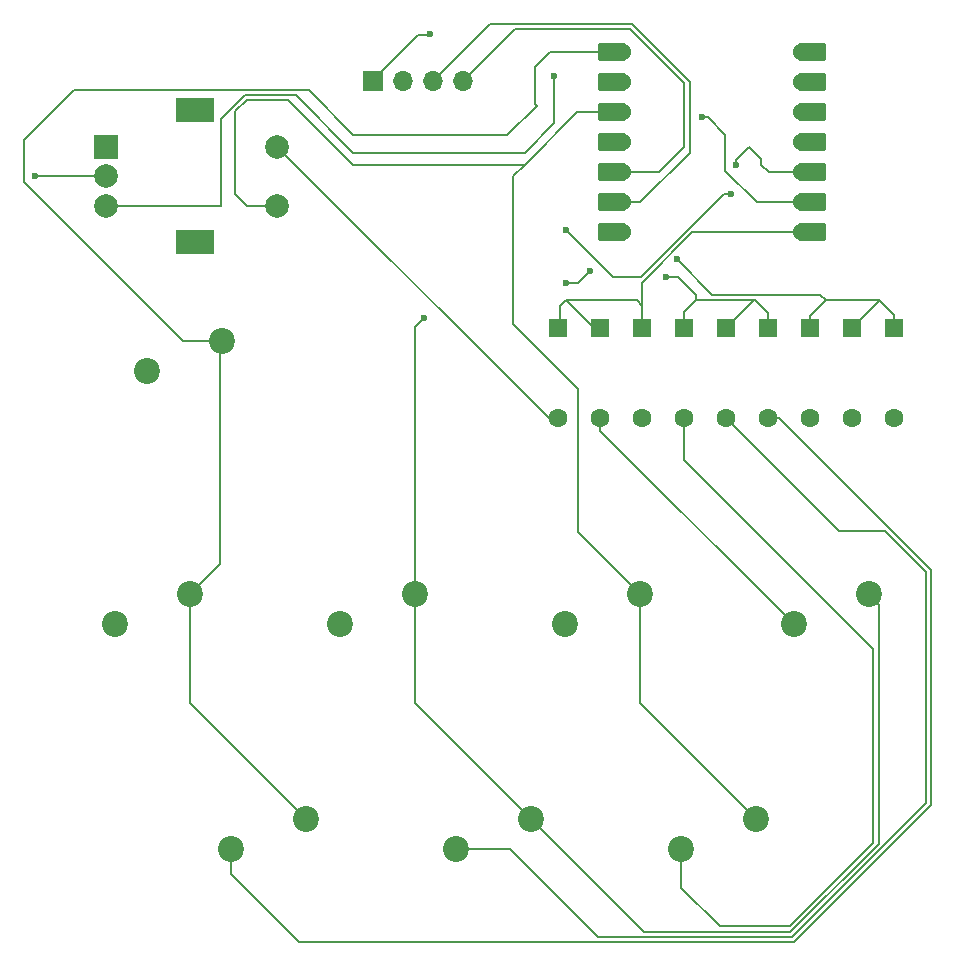
<source format=gbr>
%TF.GenerationSoftware,KiCad,Pcbnew,9.0.5*%
%TF.CreationDate,2025-12-01T20:36:29-06:00*%
%TF.ProjectId,KPad,4b506164-2e6b-4696-9361-645f70636258,rev?*%
%TF.SameCoordinates,Original*%
%TF.FileFunction,Copper,L1,Top*%
%TF.FilePolarity,Positive*%
%FSLAX46Y46*%
G04 Gerber Fmt 4.6, Leading zero omitted, Abs format (unit mm)*
G04 Created by KiCad (PCBNEW 9.0.5) date 2025-12-01 20:36:29*
%MOMM*%
%LPD*%
G01*
G04 APERTURE LIST*
G04 Aperture macros list*
%AMRoundRect*
0 Rectangle with rounded corners*
0 $1 Rounding radius*
0 $2 $3 $4 $5 $6 $7 $8 $9 X,Y pos of 4 corners*
0 Add a 4 corners polygon primitive as box body*
4,1,4,$2,$3,$4,$5,$6,$7,$8,$9,$2,$3,0*
0 Add four circle primitives for the rounded corners*
1,1,$1+$1,$2,$3*
1,1,$1+$1,$4,$5*
1,1,$1+$1,$6,$7*
1,1,$1+$1,$8,$9*
0 Add four rect primitives between the rounded corners*
20,1,$1+$1,$2,$3,$4,$5,0*
20,1,$1+$1,$4,$5,$6,$7,0*
20,1,$1+$1,$6,$7,$8,$9,0*
20,1,$1+$1,$8,$9,$2,$3,0*%
G04 Aperture macros list end*
%TA.AperFunction,ComponentPad*%
%ADD10RoundRect,0.250000X-0.550000X0.550000X-0.550000X-0.550000X0.550000X-0.550000X0.550000X0.550000X0*%
%TD*%
%TA.AperFunction,ComponentPad*%
%ADD11C,1.600000*%
%TD*%
%TA.AperFunction,ComponentPad*%
%ADD12C,2.200000*%
%TD*%
%TA.AperFunction,ComponentPad*%
%ADD13R,2.000000X2.000000*%
%TD*%
%TA.AperFunction,ComponentPad*%
%ADD14C,2.000000*%
%TD*%
%TA.AperFunction,ComponentPad*%
%ADD15R,3.200000X2.000000*%
%TD*%
%TA.AperFunction,ComponentPad*%
%ADD16R,1.700000X1.700000*%
%TD*%
%TA.AperFunction,ComponentPad*%
%ADD17O,1.700000X1.700000*%
%TD*%
%TA.AperFunction,SMDPad,CuDef*%
%ADD18RoundRect,0.152400X1.063600X0.609600X-1.063600X0.609600X-1.063600X-0.609600X1.063600X-0.609600X0*%
%TD*%
%TA.AperFunction,ComponentPad*%
%ADD19C,1.524000*%
%TD*%
%TA.AperFunction,SMDPad,CuDef*%
%ADD20RoundRect,0.152400X-1.063600X-0.609600X1.063600X-0.609600X1.063600X0.609600X-1.063600X0.609600X0*%
%TD*%
%TA.AperFunction,ViaPad*%
%ADD21C,0.600000*%
%TD*%
%TA.AperFunction,Conductor*%
%ADD22C,0.200000*%
%TD*%
G04 APERTURE END LIST*
D10*
%TO.P,D22,1,K*%
%TO.N,Net-(D20-K)*%
X115500000Y-53327500D03*
D11*
%TO.P,D22,2,A*%
%TO.N,Net-(D22-A)*%
X115500000Y-60947500D03*
%TD*%
D10*
%TO.P,D17,1,K*%
%TO.N,Net-(D17-K)*%
X133250000Y-53327500D03*
D11*
%TO.P,D17,2,A*%
%TO.N,Net-(D17-A)*%
X133250000Y-60947500D03*
%TD*%
D12*
%TO.P,SW3,1,1*%
%TO.N,Net-(U1-GPIO27{slash}ADC1{slash}A1)*%
X92710000Y-75882500D03*
%TO.P,SW3,2,2*%
%TO.N,Net-(D18-A)*%
X86360000Y-78422500D03*
%TD*%
%TO.P,SW9,1,1*%
%TO.N,Net-(U1-GPIO27{slash}ADC1{slash}A1)*%
X131127500Y-75882500D03*
%TO.P,SW9,2,2*%
%TO.N,Net-(D24-A)*%
X124777500Y-78422500D03*
%TD*%
D13*
%TO.P,SW1,A,A*%
%TO.N,Net-(U1-GPIO4{slash}MISO)*%
X66550000Y-37981000D03*
D14*
%TO.P,SW1,B,B*%
%TO.N,Net-(U1-GPIO2{slash}SCK)*%
X66550000Y-42981000D03*
%TO.P,SW1,C,C*%
%TO.N,GND*%
X66550000Y-40481000D03*
D15*
%TO.P,SW1,MP*%
%TO.N,N/C*%
X74050000Y-34881000D03*
X74050000Y-46081000D03*
D14*
%TO.P,SW1,S1,S1*%
%TO.N,Net-(U1-GPIO28{slash}ADC2{slash}A2)*%
X81050000Y-42981000D03*
%TO.P,SW1,S2,S2*%
%TO.N,Net-(D25-A)*%
X81050000Y-37981000D03*
%TD*%
D12*
%TO.P,SW4,1,1*%
%TO.N,Net-(U1-GPIO28{slash}ADC2{slash}A2)*%
X111760000Y-75882500D03*
%TO.P,SW4,2,2*%
%TO.N,Net-(D19-A)*%
X105410000Y-78422500D03*
%TD*%
D10*
%TO.P,D18,1,K*%
%TO.N,Net-(D17-K)*%
X129700000Y-53327500D03*
D11*
%TO.P,D18,2,A*%
%TO.N,Net-(D18-A)*%
X129700000Y-60947500D03*
%TD*%
D16*
%TO.P,J1,1,Pin_1*%
%TO.N,GND*%
X89173750Y-32391250D03*
D17*
%TO.P,J1,2,Pin_2*%
%TO.N,+5V*%
X91713750Y-32391250D03*
%TO.P,J1,3,Pin_3*%
%TO.N,Net-(J1-Pin_3)*%
X94253750Y-32391250D03*
%TO.P,J1,4,Pin_4*%
%TO.N,Net-(J1-Pin_4)*%
X96793750Y-32391250D03*
%TD*%
D12*
%TO.P,SW6,1,1*%
%TO.N,Net-(U1-GPIO27{slash}ADC1{slash}A1)*%
X102552500Y-94932500D03*
%TO.P,SW6,2,2*%
%TO.N,Net-(D21-A)*%
X96202500Y-97472500D03*
%TD*%
D18*
%TO.P,U1,1,GPIO26/ADC0/A0*%
%TO.N,Net-(U1-GPIO26{slash}ADC0{slash}A0)*%
X109425000Y-30000000D03*
D19*
X110260000Y-30000000D03*
D18*
%TO.P,U1,2,GPIO27/ADC1/A1*%
%TO.N,Net-(U1-GPIO27{slash}ADC1{slash}A1)*%
X109425000Y-32540000D03*
D19*
X110260000Y-32540000D03*
D18*
%TO.P,U1,3,GPIO28/ADC2/A2*%
%TO.N,Net-(U1-GPIO28{slash}ADC2{slash}A2)*%
X109425000Y-35080000D03*
D19*
X110260000Y-35080000D03*
D18*
%TO.P,U1,4,GPIO29/ADC3/A3*%
%TO.N,Net-(D17-K)*%
X109425000Y-37620000D03*
D19*
X110260000Y-37620000D03*
D18*
%TO.P,U1,5,GPIO6/SDA*%
%TO.N,Net-(J1-Pin_4)*%
X109425000Y-40160000D03*
D19*
X110260000Y-40160000D03*
D18*
%TO.P,U1,6,GPIO7/SCL*%
%TO.N,Net-(J1-Pin_3)*%
X109425000Y-42700000D03*
D19*
X110260000Y-42700000D03*
D18*
%TO.P,U1,7,GPIO0/TX*%
%TO.N,Net-(D20-K)*%
X109425000Y-45240000D03*
D19*
X110260000Y-45240000D03*
%TO.P,U1,8,GPIO1/RX*%
%TO.N,Net-(D23-K)*%
X125500000Y-45240000D03*
D20*
X126335000Y-45240000D03*
D19*
%TO.P,U1,9,GPIO2/SCK*%
%TO.N,Net-(U1-GPIO2{slash}SCK)*%
X125500000Y-42700000D03*
D20*
X126335000Y-42700000D03*
D19*
%TO.P,U1,10,GPIO4/MISO*%
%TO.N,Net-(U1-GPIO4{slash}MISO)*%
X125500000Y-40160000D03*
D20*
X126335000Y-40160000D03*
D19*
%TO.P,U1,11,GPIO3/MOSI*%
%TO.N,Net-(D1-DIN)*%
X125500000Y-37620000D03*
D20*
X126335000Y-37620000D03*
D19*
%TO.P,U1,12,3V3*%
%TO.N,unconnected-(U1-3V3-Pad12)_1*%
X125500000Y-35080000D03*
D20*
X126335000Y-35080000D03*
D19*
%TO.P,U1,13,GND*%
%TO.N,GND*%
X125500000Y-32540000D03*
D20*
X126335000Y-32540000D03*
D19*
%TO.P,U1,14,VBUS*%
%TO.N,+5V*%
X125500000Y-30000000D03*
D20*
X126335000Y-30000000D03*
%TD*%
D12*
%TO.P,SW8,1,1*%
%TO.N,Net-(U1-GPIO26{slash}ADC0{slash}A0)*%
X76358750Y-54451250D03*
%TO.P,SW8,2,2*%
%TO.N,Net-(D23-A)*%
X70008750Y-56991250D03*
%TD*%
D10*
%TO.P,D24,1,K*%
%TO.N,Net-(D23-K)*%
X108400000Y-53327500D03*
D11*
%TO.P,D24,2,A*%
%TO.N,Net-(D24-A)*%
X108400000Y-60947500D03*
%TD*%
D12*
%TO.P,SW5,1,1*%
%TO.N,Net-(U1-GPIO26{slash}ADC0{slash}A0)*%
X83502500Y-94932500D03*
%TO.P,SW5,2,2*%
%TO.N,Net-(D20-A)*%
X77152500Y-97472500D03*
%TD*%
D10*
%TO.P,D19,1,K*%
%TO.N,Net-(D17-K)*%
X126150000Y-53327500D03*
D11*
%TO.P,D19,2,A*%
%TO.N,Net-(D19-A)*%
X126150000Y-60947500D03*
%TD*%
D10*
%TO.P,D20,1,K*%
%TO.N,Net-(D20-K)*%
X122600000Y-53327500D03*
D11*
%TO.P,D20,2,A*%
%TO.N,Net-(D20-A)*%
X122600000Y-60947500D03*
%TD*%
D12*
%TO.P,SW7,1,1*%
%TO.N,Net-(U1-GPIO28{slash}ADC2{slash}A2)*%
X121602500Y-94932500D03*
%TO.P,SW7,2,2*%
%TO.N,Net-(D22-A)*%
X115252500Y-97472500D03*
%TD*%
D10*
%TO.P,D23,1,K*%
%TO.N,Net-(D23-K)*%
X111950000Y-53327500D03*
D11*
%TO.P,D23,2,A*%
%TO.N,Net-(D23-A)*%
X111950000Y-60947500D03*
%TD*%
D10*
%TO.P,D25,1,K*%
%TO.N,Net-(D23-K)*%
X104850000Y-53327500D03*
D11*
%TO.P,D25,2,A*%
%TO.N,Net-(D25-A)*%
X104850000Y-60947500D03*
%TD*%
D10*
%TO.P,D21,1,K*%
%TO.N,Net-(D20-K)*%
X119050000Y-53327500D03*
D11*
%TO.P,D21,2,A*%
%TO.N,Net-(D21-A)*%
X119050000Y-60947500D03*
%TD*%
D12*
%TO.P,SW2,1,1*%
%TO.N,Net-(U1-GPIO26{slash}ADC0{slash}A0)*%
X73660000Y-75882500D03*
%TO.P,SW2,2,2*%
%TO.N,Net-(D17-A)*%
X67310000Y-78422500D03*
%TD*%
D21*
%TO.N,GND*%
X94000000Y-28400000D03*
X60500000Y-40500000D03*
%TO.N,Net-(D17-K)*%
X114900000Y-47500000D03*
%TO.N,Net-(D20-K)*%
X114000000Y-49000000D03*
%TO.N,Net-(U1-GPIO4{slash}MISO)*%
X119900000Y-39500000D03*
X105500000Y-45000000D03*
X119500000Y-42000000D03*
%TO.N,Net-(U1-GPIO2{slash}SCK)*%
X104500000Y-32000000D03*
X117000000Y-35500000D03*
%TO.N,Net-(U1-GPIO27{slash}ADC1{slash}A1)*%
X107500000Y-48500000D03*
X93500000Y-52500000D03*
X105500000Y-49500000D03*
%TD*%
D22*
%TO.N,GND*%
X93900000Y-28500000D02*
X94000000Y-28400000D01*
X66550000Y-40500000D02*
X60500000Y-40500000D01*
X89173750Y-32326250D02*
X93000000Y-28500000D01*
X93000000Y-28500000D02*
X93900000Y-28500000D01*
X66568750Y-40481250D02*
X66550000Y-40500000D01*
X89173750Y-32391250D02*
X89173750Y-32326250D01*
%TO.N,Net-(D17-K)*%
X126150000Y-53327500D02*
X126150000Y-52350000D01*
X126150000Y-52350000D02*
X127500000Y-51000000D01*
X132000000Y-51027500D02*
X132000000Y-51000000D01*
X127500000Y-51000000D02*
X127000000Y-50500000D01*
X129700000Y-53327500D02*
X132000000Y-51027500D01*
X132000000Y-51000000D02*
X127500000Y-51000000D01*
X117900000Y-50500000D02*
X114900000Y-47500000D01*
X133250000Y-52250000D02*
X132000000Y-51000000D01*
X127000000Y-50500000D02*
X117900000Y-50500000D01*
X133250000Y-53327500D02*
X133250000Y-52250000D01*
%TO.N,Net-(D20-K)*%
X121377500Y-51000000D02*
X121500000Y-51000000D01*
X122600000Y-53327500D02*
X122600000Y-52100000D01*
X122600000Y-52100000D02*
X121500000Y-51000000D01*
X119050000Y-53327500D02*
X121377500Y-51000000D01*
X116500000Y-50500000D02*
X115000000Y-49000000D01*
X115500000Y-53327500D02*
X115500000Y-52000000D01*
X121500000Y-51000000D02*
X116500000Y-51000000D01*
X115000000Y-49000000D02*
X114000000Y-49000000D01*
X116500000Y-50500000D02*
X116500000Y-51000000D01*
X115500000Y-52000000D02*
X116500000Y-51000000D01*
X119050000Y-53327500D02*
X119050000Y-53222500D01*
X115500000Y-53327500D02*
X115500000Y-52500000D01*
%TO.N,Net-(D20-A)*%
X82870470Y-105302000D02*
X77152500Y-99584030D01*
X123514600Y-60947500D02*
X136401000Y-73833900D01*
X122600000Y-60947500D02*
X123514600Y-60947500D01*
X136401000Y-73833900D02*
X136401000Y-93733200D01*
X77152500Y-99584030D02*
X77152500Y-97472500D01*
X124832200Y-105302000D02*
X82870470Y-105302000D01*
X136401000Y-93733200D02*
X124832200Y-105302000D01*
%TO.N,Net-(D21-A)*%
X119050000Y-60947500D02*
X128602500Y-70500000D01*
X136000000Y-93567100D02*
X124666100Y-104901000D01*
X132500000Y-70500000D02*
X136000000Y-74000000D01*
X124666100Y-104901000D02*
X108225816Y-104901000D01*
X128602500Y-70500000D02*
X132500000Y-70500000D01*
X108225816Y-104901000D02*
X100797316Y-97472500D01*
X100797316Y-97472500D02*
X96202500Y-97472500D01*
X136000000Y-74000000D02*
X136000000Y-93567100D01*
%TO.N,Net-(D22-A)*%
X115252500Y-100752500D02*
X115252500Y-97472500D01*
X131500000Y-80500000D02*
X131500000Y-96932900D01*
X115500000Y-60947500D02*
X115500000Y-64500000D01*
X124432900Y-104000000D02*
X118500000Y-104000000D01*
X115500000Y-64500000D02*
X131500000Y-80500000D01*
X131500000Y-96932900D02*
X124432900Y-104000000D01*
X118500000Y-104000000D02*
X115252500Y-100752500D01*
%TO.N,Net-(D23-K)*%
X111950000Y-51450000D02*
X111500000Y-51000000D01*
X111950000Y-51450000D02*
X111950000Y-49482900D01*
X108400000Y-53327500D02*
X108400000Y-53100000D01*
X105000000Y-51500000D02*
X105500000Y-51000000D01*
X104850000Y-53150000D02*
X105000000Y-53000000D01*
X107827500Y-53327500D02*
X105500000Y-51000000D01*
X108400000Y-53327500D02*
X107827500Y-53327500D01*
X104850000Y-53327500D02*
X104850000Y-53150000D01*
X116192900Y-45240000D02*
X125500000Y-45240000D01*
X105000000Y-53000000D02*
X105000000Y-51500000D01*
X111950000Y-49482900D02*
X116192900Y-45240000D01*
X111500000Y-51000000D02*
X105500000Y-51000000D01*
X111950000Y-53327500D02*
X111950000Y-51450000D01*
%TO.N,Net-(D24-A)*%
X124777500Y-78422500D02*
X108400000Y-62045000D01*
X108400000Y-62045000D02*
X108400000Y-60947500D01*
%TO.N,Net-(D25-A)*%
X81068750Y-37981250D02*
X104035000Y-60947500D01*
X104035000Y-60947500D02*
X104850000Y-60947500D01*
%TO.N,Net-(J1-Pin_3)*%
X116000000Y-38500000D02*
X111800000Y-42700000D01*
X116000000Y-32500000D02*
X116000000Y-38500000D01*
X94253750Y-32253750D02*
X94000000Y-32000000D01*
X111101000Y-27601000D02*
X116000000Y-32500000D01*
X111800000Y-42700000D02*
X110260000Y-42700000D01*
X94253750Y-32391250D02*
X94253750Y-32253750D01*
X99044000Y-27601000D02*
X111101000Y-27601000D01*
X94253750Y-32391250D02*
X99044000Y-27601000D01*
%TO.N,Net-(J1-Pin_4)*%
X115500000Y-32567100D02*
X110934900Y-28002000D01*
X115500000Y-38000000D02*
X115500000Y-32567100D01*
X115500000Y-38000000D02*
X113340000Y-40160000D01*
X110934900Y-28002000D02*
X101183000Y-28002000D01*
X113340000Y-40160000D02*
X110260000Y-40160000D01*
X101183000Y-28002000D02*
X96793750Y-32391250D01*
%TO.N,Net-(U1-GPIO4{slash}MISO)*%
X111932900Y-48932900D02*
X118865800Y-42000000D01*
X105500000Y-45000000D02*
X109500000Y-49000000D01*
X111865800Y-49000000D02*
X111932900Y-48932900D01*
X121000000Y-38000000D02*
X122000000Y-39000000D01*
X122000000Y-39500000D02*
X122660000Y-40160000D01*
X119900000Y-39500000D02*
X119900000Y-39100000D01*
X118865800Y-42000000D02*
X119500000Y-42000000D01*
X122000000Y-39000000D02*
X122000000Y-39500000D01*
X109500000Y-49000000D02*
X111865800Y-49000000D01*
X119900000Y-39100000D02*
X121000000Y-38000000D01*
X122660000Y-40160000D02*
X125500000Y-40160000D01*
%TO.N,Net-(U1-GPIO2{slash}SCK)*%
X76283850Y-35649050D02*
X78333900Y-33599000D01*
X95000000Y-38500000D02*
X101932900Y-38500000D01*
X119000000Y-37000000D02*
X119000000Y-40000000D01*
X101932900Y-38500000D02*
X102000000Y-38500000D01*
X119000000Y-40000000D02*
X121700000Y-42700000D01*
X117500000Y-35500000D02*
X119000000Y-37000000D01*
X117000000Y-35500000D02*
X117500000Y-35500000D01*
X121700000Y-42700000D02*
X125500000Y-42700000D01*
X78333900Y-33599000D02*
X82599000Y-33599000D01*
X82599000Y-33599000D02*
X87500000Y-38500000D01*
X76283850Y-42981250D02*
X76283850Y-35649050D01*
X66568750Y-42981250D02*
X76283850Y-42981250D01*
X102000000Y-38500000D02*
X104500000Y-36000000D01*
X87500000Y-38500000D02*
X95000000Y-38500000D01*
X104500000Y-36000000D02*
X104500000Y-32000000D01*
%TO.N,Net-(U1-GPIO28{slash}ADC2{slash}A2)*%
X81068750Y-42981250D02*
X78481250Y-42981250D01*
X102000000Y-39500000D02*
X106420000Y-35080000D01*
X111760000Y-75882500D02*
X106500000Y-70622500D01*
X106500000Y-58500000D02*
X101000000Y-53000000D01*
X87500000Y-39500000D02*
X102000000Y-39500000D01*
X77500000Y-42000000D02*
X77500000Y-35000000D01*
X111760000Y-75882500D02*
X111760000Y-85090000D01*
X106420000Y-35080000D02*
X110260000Y-35080000D01*
X106500000Y-70622500D02*
X106500000Y-58500000D01*
X78500000Y-34000000D02*
X82000000Y-34000000D01*
X111760000Y-85090000D02*
X121602500Y-94932500D01*
X82000000Y-34000000D02*
X87500000Y-39500000D01*
X78481250Y-42981250D02*
X77500000Y-42000000D01*
X101000000Y-40500000D02*
X102000000Y-39500000D01*
X77500000Y-35000000D02*
X78500000Y-34000000D01*
X101000000Y-53000000D02*
X101000000Y-40500000D01*
%TO.N,Net-(U1-GPIO26{slash}ADC0{slash}A0)*%
X59601000Y-37399000D02*
X63802000Y-33198000D01*
X76358750Y-54451250D02*
X73052250Y-54451250D01*
X76200000Y-73342500D02*
X73660000Y-75882500D01*
X102899000Y-34399000D02*
X102899000Y-31251057D01*
X100500000Y-37000000D02*
X103000000Y-34500000D01*
X73660000Y-85090000D02*
X83502500Y-94932500D01*
X104150057Y-30000000D02*
X110260000Y-30000000D01*
X59601000Y-41000000D02*
X59601000Y-37399000D01*
X73052250Y-54451250D02*
X59601000Y-41000000D01*
X76200000Y-54768750D02*
X76200000Y-73342500D01*
X73660000Y-75882500D02*
X73660000Y-85090000D01*
X76358750Y-54610000D02*
X76200000Y-54768750D01*
X63802000Y-33198000D02*
X83698000Y-33198000D01*
X87500000Y-37000000D02*
X100500000Y-37000000D01*
X83698000Y-33198000D02*
X87500000Y-37000000D01*
X103000000Y-34500000D02*
X102899000Y-34399000D01*
X76358750Y-54451250D02*
X76358750Y-54610000D01*
X102899000Y-31251057D02*
X104150057Y-30000000D01*
%TO.N,Net-(U1-GPIO27{slash}ADC1{slash}A1)*%
X92710000Y-75882500D02*
X92710000Y-85090000D01*
X124500000Y-104500000D02*
X132000000Y-97000000D01*
X106500000Y-49500000D02*
X107500000Y-48500000D01*
X92710000Y-53290000D02*
X93500000Y-52500000D01*
X102552500Y-94932500D02*
X112120000Y-104500000D01*
X132000000Y-97000000D02*
X132000000Y-76755000D01*
X132000000Y-76755000D02*
X131127500Y-75882500D01*
X92710000Y-85090000D02*
X102552500Y-94932500D01*
X112120000Y-104500000D02*
X124500000Y-104500000D01*
X92710000Y-75882500D02*
X92710000Y-53290000D01*
X105500000Y-49500000D02*
X106500000Y-49500000D01*
%TD*%
M02*

</source>
